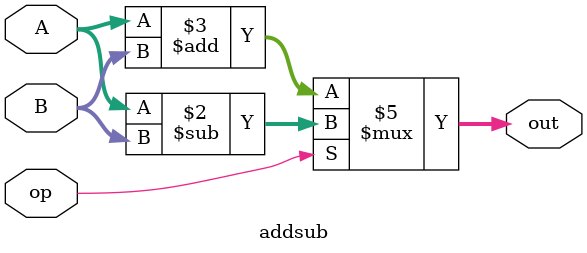
<source format=v>
`timescale 1ns / 1ps
module addsub(
    input [15:0] A,
    input [15:0] B,
    input op,	 
	 output reg [15:0] out
    );
		always begin
			if (op)
				out <= A - B;
			else 
				out <= A + B;
		end
endmodule

</source>
